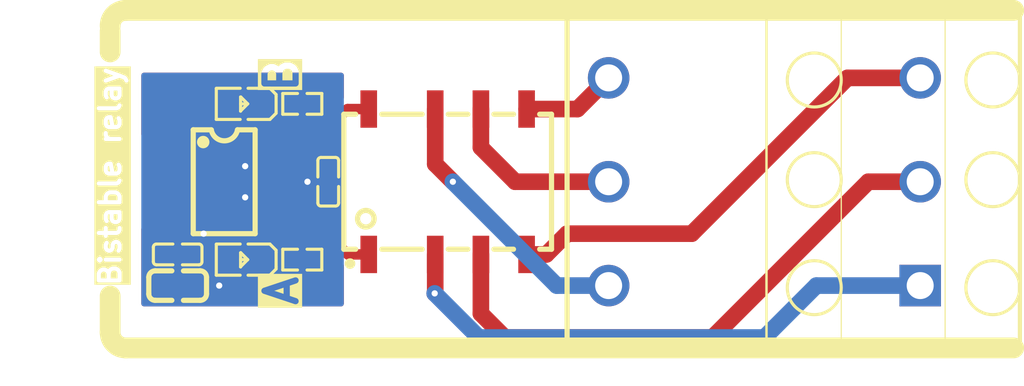
<source format=kicad_pcb>
(kicad_pcb (version 20241229) (generator "pcbnew") (generator_version "9.0")
  (layers (0 "F.Cu" signal) (2 "B.Cu" signal) (13 "F.Paste" user) (15 "B.Paste" user) (5 "F.SilkS" user "F.Silkscreen") (7 "B.SilkS" user "B.Silkscreen") (1 "F.Mask" user) (3 "B.Mask" user) (25 "Edge.Cuts" user))
  (net 0 "")
  (net 1 "relay.led_indicator_a.led-cathode")
  (net 2 "relay.led_indicator_b.led-cathode")
  (net 3 "PA2")
  (net 4 "PB2")
  (net 5 "PA1")
  (net 6 "PB3")
  (net 7 "PA3")
  (net 8 "PB1")
  (net 9 "hv")
  (net 10 "line-1")
  (net 11 "relay-gnd")
  (net 12 "gnd")
  (net 13 "net")
  (net 14 "OUTA")
  (net 15 "line")
  (footprint "atopile:LED0603-RD-c81ffb" (layer "F.Cu") (at 1 -3.75 180)
    (property "Reference" "D1" (hide yes))
    (property "Value" "")
    (fp_line (start 1.39 -0.75) (end 1.39 0.73) (stroke (width 0.15)) (layer "F.SilkS"))
    (fp_line (start 0.24 0.75) (end 1.39 0.75) (stroke (width 0.15)) (layer "F.SilkS"))
    (fp_line (start 0.24 -0.75) (end 1.39 -0.75) (stroke (width 0.15)) (layer "F.SilkS"))
    (fp_line (start 0.22 0.33) (end 0.21 0.33) (stroke (width 0.15)) (layer "F.SilkS"))
    (fp_line (start 0.22 0) (end -0.12 0) (stroke (width 0.15)) (layer "F.SilkS"))
    (fp_line (start 0.22 -0.34) (end -0.12 0) (stroke (width 0.15)) (layer "F.SilkS"))
    (fp_line (start 0.22 -0.35) (end 0.22 0.33) (stroke (width 0.15)) (layer "F.SilkS"))
    (fp_line (start 0.22 -0.35) (end 0.22 -0.34) (stroke (width 0.15)) (layer "F.SilkS"))
    (fp_line (start 0.21 0.33) (end -0.12 0) (stroke (width 0.15)) (layer "F.SilkS"))
    (fp_line (start -0.14 0.75) (end -1.19 0.75) (stroke (width 0.15)) (layer "F.SilkS"))
    (fp_line (start -0.14 -0.75) (end -1.19 -0.75) (stroke (width 0.15)) (layer "F.SilkS"))
    (fp_line (start -1.49 0.45) (end -1.19 0.75) (stroke (width 0.15)) (layer "F.SilkS"))
    (fp_line (start -1.49 0.35) (end -1.49 0.45) (stroke (width 0.15)) (layer "F.SilkS"))
    (fp_line (start -1.49 -0.35) (end -1.49 0.35) (stroke (width 0.15)) (layer "F.SilkS"))
    (fp_line (start -1.49 -0.35) (end -1.49 -0.45) (stroke (width 0.15)) (layer "F.SilkS"))
    (fp_line (start -1.49 -0.45) (end -1.19 -0.75) (stroke (width 0.15)) (layer "F.SilkS"))
    (pad "1" smd rect (at -0.8 0 270) (size 0.8 0.8) (layers "F.Cu" "F.Mask" "F.Paste") (net 1 "relay.led_indicator_a.led-cathode"))
    (pad "2" smd rect (at 0.8 0 270) (size 0.8 0.8) (layers "F.Cu" "F.Mask" "F.Paste") (net 10 "line-1"))
  )
  (footprint "atopile:C0402-b3ef17" (layer "F.Cu") (at -2.25 3.5 0)
    (property "Reference" "C1" (hide yes))
    (property "Value" "100nF ±10% 16V X7R")
    (fp_line (start -1.17 0.35) (end -1.17 -0.35) (stroke (width 0.15)) (layer "F.SilkS"))
    (fp_line (start -1.02 -0.5) (end -0.23 -0.5) (stroke (width 0.15)) (layer "F.SilkS"))
    (fp_line (start -0.23 0.5) (end -1.02 0.5) (stroke (width 0.15)) (layer "F.SilkS"))
    (fp_line (start 0.23 0.5) (end 1.02 0.5) (stroke (width 0.15)) (layer "F.SilkS"))
    (fp_line (start 1.02 -0.5) (end 0.23 -0.5) (stroke (width 0.15)) (layer "F.SilkS"))
    (fp_line (start 1.17 0.35) (end 1.17 -0.35) (stroke (width 0.15)) (layer "F.SilkS"))
    (fp_arc (start -1.17 -0.35) (mid -1.126066 -0.456066) (end -1.02 -0.5) (stroke (width 0.15)) (layer "F.SilkS"))
    (fp_arc (start -1.02 0.5) (mid -1.126066 0.456066) (end -1.17 0.35) (stroke (width 0.15)) (layer "F.SilkS"))
    (fp_arc (start 1.02 -0.5) (mid 1.126066 -0.456066) (end 1.17 -0.35) (stroke (width 0.15)) (layer "F.SilkS"))
    (fp_arc (start 1.17 0.35) (mid 1.126066 0.456066) (end 1.02 0.5) (stroke (width 0.15)) (layer "F.SilkS"))
    (pad "1" smd rect (at -0.55 0 0) (size 0.79 0.54) (layers "F.Cu" "F.Mask" "F.Paste") (net 9 "hv"))
    (pad "2" smd rect (at 0.55 0 0) (size 0.79 0.54) (layers "F.Cu" "F.Mask" "F.Paste") (net 12 "gnd"))
  )
  (footprint "atopile:R0402-56259e" (layer "F.Cu") (at 3.75 -3.75 0)
    (property "Reference" "R1" (hide yes))
    (property "Value" "1kΩ ±1% 62.5mW")
    (fp_line (start -0.94 -0.5) (end -0.23 -0.5) (stroke (width 0.15)) (layer "F.SilkS"))
    (fp_line (start -0.94 0.5) (end -0.94 -0.5) (stroke (width 0.15)) (layer "F.SilkS"))
    (fp_line (start -0.23 0.5) (end -0.94 0.5) (stroke (width 0.15)) (layer "F.SilkS"))
    (fp_line (start 0.23 0.5) (end 0.94 0.5) (stroke (width 0.15)) (layer "F.SilkS"))
    (fp_line (start 0.94 -0.5) (end 0.23 -0.5) (stroke (width 0.15)) (layer "F.SilkS"))
    (fp_line (start 0.94 0.5) (end 0.94 -0.5) (stroke (width 0.15)) (layer "F.SilkS"))
    (pad "1" smd rect (at -0.43 0 0) (size 0.57 0.54) (layers "F.Cu" "F.Mask" "F.Paste") (net 1 "relay.led_indicator_a.led-cathode"))
    (pad "2" smd rect (at 0.43 0 0) (size 0.57 0.54) (layers "F.Cu" "F.Mask" "F.Paste") (net 12 "gnd"))
  )
  (footprint "atopile:CONN-TH_KF250T-5.0-2X3P-058638" (layer "F.Cu") (at 26 0 90)
    (property "Reference" "X1" (hide yes))
    (property "Value" "")
    (fp_line (start 8.2 -9.5) (end -7.9 -9.5) (stroke (width 0.25)) (layer "F.SilkS"))
    (fp_line (start 8.2 0.1) (end -7.9 0.1) (stroke (width 0.12)) (layer "F.SilkS"))
    (fp_line (start 8.2 3.7) (end -7.9 3.7) (stroke (width 0.06)) (layer "F.SilkS"))
    (fp_line (start 8.2 8.7) (end -7.9 8.7) (stroke (width 0.06)) (layer "F.SilkS"))
    (fp_line (start 8.2 12.3) (end 8.2 -9.5) (stroke (width 0.25)) (layer "F.SilkS"))
    (fp_line (start 8.2 12.3) (end -7.9 12.3) (stroke (width 0.2)) (layer "F.SilkS"))
    (fp_line (start -7.9 12.3) (end -7.9 -9.5) (stroke (width 0.25)) (layer "F.SilkS"))
    (fp_circle (center 4.9 2.4) (end 6.2 2.4) (stroke (width 0.15)) (fill no) (layer "F.SilkS"))
    (fp_circle (center 0.1 2.4) (end 1.4 2.4) (stroke (width 0.15)) (fill no) (layer "F.SilkS"))
    (fp_circle (center -5.1 2.4) (end -3.8 2.4) (stroke (width 0.15)) (fill no) (layer "F.SilkS"))
    (fp_circle (center 4.9 11) (end 6.2 11) (stroke (width 0.15)) (fill no) (layer "F.SilkS"))
    (fp_circle (center 0.1 11) (end 1.4 11) (stroke (width 0.15)) (fill no) (layer "F.SilkS"))
    (fp_circle (center -5.1 11) (end -3.8 11) (stroke (width 0.15)) (fill no) (layer "F.SilkS"))
    (pad "1" thru_hole rect (at -5 7.5 270) (size 2 2) (drill 1.300023) (layers "*.Cu" "*.Mask") (net 5 "PA1"))
    (pad "2" thru_hole circle (at -5 -7.5 270) (size 2 2) (drill 1.300023) (layers "*.Cu" "*.Mask") (net 8 "PB1"))
    (pad "3" thru_hole circle (at 0 7.5 270) (size 2 2) (drill 1.300023) (layers "*.Cu" "*.Mask") (net 3 "PA2"))
    (pad "4" thru_hole circle (at 0 -7.5 270) (size 2 2) (drill 1.300023) (layers "*.Cu" "*.Mask") (net 4 "PB2"))
    (pad "5" thru_hole circle (at 5 7.5 270) (size 2 2) (drill 1.300023) (layers "*.Cu" "*.Mask") (net 7 "PA3"))
    (pad "6" thru_hole circle (at 5 -7.5 270) (size 2 2) (drill 1.300023) (layers "*.Cu" "*.Mask") (net 6 "PB3"))
  )
  (footprint "atopile:RELAY-SMD_G6KU-2F-Y-bd7654" (layer "F.Cu") (at 10.75 0 0)
    (property "Reference" "RELAY1" (hide yes))
    (property "Value" "")
    (fp_line (start -5 -3.25) (end -5 3.25) (stroke (width 0.25)) (layer "F.SilkS"))
    (fp_line (start -5 -3.25) (end -4.43 -3.25) (stroke (width 0.25)) (layer "F.SilkS"))
    (fp_line (start -5 3.25) (end -4.43 3.25) (stroke (width 0.25)) (layer "F.SilkS"))
    (fp_line (start -3.17 -3.25) (end -1.23 -3.25) (stroke (width 0.25)) (layer "F.SilkS"))
    (fp_line (start -3.17 3.25) (end -1.23 3.25) (stroke (width 0.25)) (layer "F.SilkS"))
    (fp_line (start 0.03 -3.25) (end 0.97 -3.25) (stroke (width 0.25)) (layer "F.SilkS"))
    (fp_line (start 0.03 3.25) (end 0.97 3.25) (stroke (width 0.25)) (layer "F.SilkS"))
    (fp_line (start 2.23 -3.25) (end 3.17 -3.25) (stroke (width 0.25)) (layer "F.SilkS"))
    (fp_line (start 2.23 3.25) (end 3.17 3.25) (stroke (width 0.25)) (layer "F.SilkS"))
    (fp_line (start 4.43 -3.25) (end 5 -3.25) (stroke (width 0.25)) (layer "F.SilkS"))
    (fp_line (start 4.43 3.25) (end 5 3.25) (stroke (width 0.25)) (layer "F.SilkS"))
    (fp_line (start 5 -3.25) (end 5 3.25) (stroke (width 0.25)) (layer "F.SilkS"))
    (fp_circle (center -4.7 3.94) (end -4.57 3.94) (stroke (width 0.25)) (fill no) (layer "F.SilkS"))
    (fp_circle (center -3.94 1.78) (end -3.54 1.78) (stroke (width 0.25)) (fill no) (layer "F.SilkS"))
    (pad "1" smd rect (at -3.8 3.5 0) (size 0.8 1.8) (layers "F.Cu" "F.Mask" "F.Paste") (net 11 "relay-gnd"))
    (pad "2" smd rect (at -0.6 3.5 0) (size 0.8 1.8) (layers "F.Cu" "F.Mask" "F.Paste") (net 5 "PA1"))
    (pad "3" smd rect (at 1.6 3.5 0) (size 0.8 1.8) (layers "F.Cu" "F.Mask" "F.Paste") (net 3 "PA2"))
    (pad "4" smd rect (at 3.8 3.5 0) (size 0.8 1.8) (layers "F.Cu" "F.Mask" "F.Paste") (net 7 "PA3"))
    (pad "5" smd rect (at 3.8 -3.5 0) (size 0.8 1.8) (layers "F.Cu" "F.Mask" "F.Paste") (net 6 "PB3"))
    (pad "6" smd rect (at 1.6 -3.5 0) (size 0.8 1.8) (layers "F.Cu" "F.Mask" "F.Paste") (net 4 "PB2"))
    (pad "7" smd rect (at -0.6 -3.5 0) (size 0.8 1.8) (layers "F.Cu" "F.Mask" "F.Paste") (net 8 "PB1"))
    (pad "8" smd rect (at -3.8 -3.5 0) (size 0.8 1.8) (layers "F.Cu" "F.Mask" "F.Paste") (net 14 "OUTA"))
  )
  (footprint "atopile:C0402-b3ef17" (layer "F.Cu") (at 5 0 -90)
    (property "Reference" "C3" (hide yes))
    (property "Value" "100pF ±5% 50V C0G")
    (fp_line (start -0.23 0.5) (end -1.02 0.5) (stroke (width 0.15)) (layer "F.SilkS"))
    (fp_line (start 0.23 0.5) (end 1.02 0.5) (stroke (width 0.15)) (layer "F.SilkS"))
    (fp_line (start -1.17 0.35) (end -1.17 -0.35) (stroke (width 0.15)) (layer "F.SilkS"))
    (fp_line (start 1.17 0.35) (end 1.17 -0.35) (stroke (width 0.15)) (layer "F.SilkS"))
    (fp_line (start -1.02 -0.5) (end -0.23 -0.5) (stroke (width 0.15)) (layer "F.SilkS"))
    (fp_line (start 1.02 -0.5) (end 0.23 -0.5) (stroke (width 0.15)) (layer "F.SilkS"))
    (fp_arc (start -1.02 0.5) (mid -1.126066 0.456066) (end -1.17 0.35) (stroke (width 0.15)) (layer "F.SilkS"))
    (fp_arc (start 1.17 0.35) (mid 1.126066 0.456066) (end 1.02 0.5) (stroke (width 0.15)) (layer "F.SilkS"))
    (fp_arc (start -1.17 -0.35) (mid -1.126066 -0.456066) (end -1.02 -0.5) (stroke (width 0.15)) (layer "F.SilkS"))
    (fp_arc (start 1.02 -0.5) (mid 1.126066 -0.456066) (end 1.17 -0.35) (stroke (width 0.15)) (layer "F.SilkS"))
    (pad "1" smd rect (at -0.55 0 270) (size 0.79 0.54) (layers "F.Cu" "F.Mask" "F.Paste") (net 14 "OUTA"))
    (pad "2" smd rect (at 0.55 0 270) (size 0.79 0.54) (layers "F.Cu" "F.Mask" "F.Paste") (net 11 "relay-gnd"))
  )
  (footprint "atopile:LED0603-RD-c81ffb" (layer "F.Cu") (at 1 3.75 180)
    (property "Reference" "D2" (hide yes))
    (property "Value" "")
    (fp_line (start 1.39 -0.75) (end 1.39 0.73) (stroke (width 0.15)) (layer "F.SilkS"))
    (fp_line (start 0.24 0.75) (end 1.39 0.75) (stroke (width 0.15)) (layer "F.SilkS"))
    (fp_line (start 0.24 -0.75) (end 1.39 -0.75) (stroke (width 0.15)) (layer "F.SilkS"))
    (fp_line (start 0.22 0.33) (end 0.21 0.33) (stroke (width 0.15)) (layer "F.SilkS"))
    (fp_line (start 0.22 0) (end -0.12 0) (stroke (width 0.15)) (layer "F.SilkS"))
    (fp_line (start 0.22 -0.34) (end -0.12 0) (stroke (width 0.15)) (layer "F.SilkS"))
    (fp_line (start 0.22 -0.35) (end 0.22 0.33) (stroke (width 0.15)) (layer "F.SilkS"))
    (fp_line (start 0.22 -0.35) (end 0.22 -0.34) (stroke (width 0.15)) (layer "F.SilkS"))
    (fp_line (start 0.21 0.33) (end -0.12 0) (stroke (width 0.15)) (layer "F.SilkS"))
    (fp_line (start -0.14 0.75) (end -1.19 0.75) (stroke (width 0.15)) (layer "F.SilkS"))
    (fp_line (start -0.14 -0.75) (end -1.19 -0.75) (stroke (width 0.15)) (layer "F.SilkS"))
    (fp_line (start -1.49 0.45) (end -1.19 0.75) (stroke (width 0.15)) (layer "F.SilkS"))
    (fp_line (start -1.49 0.35) (end -1.49 0.45) (stroke (width 0.15)) (layer "F.SilkS"))
    (fp_line (start -1.49 -0.35) (end -1.49 0.35) (stroke (width 0.15)) (layer "F.SilkS"))
    (fp_line (start -1.49 -0.35) (end -1.49 -0.45) (stroke (width 0.15)) (layer "F.SilkS"))
    (fp_line (start -1.49 -0.45) (end -1.19 -0.75) (stroke (width 0.15)) (layer "F.SilkS"))
    (pad "1" smd rect (at -0.8 0 270) (size 0.8 0.8) (layers "F.Cu" "F.Mask" "F.Paste") (net 2 "relay.led_indicator_b.led-cathode"))
    (pad "2" smd rect (at 0.8 0 270) (size 0.8 0.8) (layers "F.Cu" "F.Mask" "F.Paste") (net 15 "line"))
  )
  (footprint "atopile:C0603-bd72f6" (layer "F.Cu") (at -2.25 5 0)
    (property "Reference" "C2" (hide yes))
    (property "Value" "4.7µF ±10% 16V X5R")
    (fp_line (start -1.39 0.4) (end -1.39 -0.4) (stroke (width 0.25)) (layer "F.SilkS"))
    (fp_line (start -0.28 -0.71) (end -1.08 -0.71) (stroke (width 0.25)) (layer "F.SilkS"))
    (fp_line (start -0.28 0.71) (end -1.08 0.71) (stroke (width 0.25)) (layer "F.SilkS"))
    (fp_line (start 0.28 -0.71) (end 1.08 -0.71) (stroke (width 0.25)) (layer "F.SilkS"))
    (fp_line (start 0.28 0.71) (end 1.08 0.71) (stroke (width 0.25)) (layer "F.SilkS"))
    (fp_line (start 1.39 -0.4) (end 1.39 0.4) (stroke (width 0.25)) (layer "F.SilkS"))
    (fp_arc (start -1.39 -0.4) (mid -1.299203 -0.619203) (end -1.08 -0.71) (stroke (width 0.25)) (layer "F.SilkS"))
    (fp_arc (start -1.08 0.71) (mid -1.299203 0.619203) (end -1.39 0.4) (stroke (width 0.25)) (layer "F.SilkS"))
    (fp_arc (start 1.08 -0.71) (mid 1.299203 -0.619203) (end 1.39 -0.4) (stroke (width 0.25)) (layer "F.SilkS"))
    (fp_arc (start 1.39 0.4) (mid 1.299203 0.619203) (end 1.08 0.71) (stroke (width 0.25)) (layer "F.SilkS"))
    (pad "1" smd rect (at -0.7 0 0) (size 0.8 0.9) (layers "F.Cu" "F.Mask" "F.Paste") (net 9 "hv"))
    (pad "2" smd rect (at 0.7 0 0) (size 0.8 0.9) (layers "F.Cu" "F.Mask" "F.Paste") (net 12 "gnd"))
  )
  (footprint "atopile:R0402-56259e" (layer "F.Cu") (at 3.75 3.75 0)
    (property "Reference" "R2" (hide yes))
    (property "Value" "1kΩ ±1% 62.5mW")
    (fp_line (start -0.94 -0.5) (end -0.23 -0.5) (stroke (width 0.15)) (layer "F.SilkS"))
    (fp_line (start -0.94 0.5) (end -0.94 -0.5) (stroke (width 0.15)) (layer "F.SilkS"))
    (fp_line (start -0.23 0.5) (end -0.94 0.5) (stroke (width 0.15)) (layer "F.SilkS"))
    (fp_line (start 0.23 0.5) (end 0.94 0.5) (stroke (width 0.15)) (layer "F.SilkS"))
    (fp_line (start 0.94 -0.5) (end 0.23 -0.5) (stroke (width 0.15)) (layer "F.SilkS"))
    (fp_line (start 0.94 0.5) (end 0.94 -0.5) (stroke (width 0.15)) (layer "F.SilkS"))
    (pad "1" smd rect (at -0.43 0 0) (size 0.57 0.54) (layers "F.Cu" "F.Mask" "F.Paste") (net 2 "relay.led_indicator_b.led-cathode"))
    (pad "2" smd rect (at 0.43 0 0) (size 0.57 0.54) (layers "F.Cu" "F.Mask" "F.Paste") (net 12 "gnd"))
  )
  (footprint "atopile:SOP-8_L4.9-W3.9-P1.27-LS6.0-BL-0d1ac6" (layer "F.Cu") (at 0 0 -90)
    (property "Reference" "U1" (hide yes))
    (property "Value" "")
    (fp_line (start -2.5 1.5) (end 2.5 1.5) (stroke (width 0.25)) (layer "F.SilkS"))
    (fp_line (start 2.5 1.5) (end 2.5 -1.48) (stroke (width 0.25)) (layer "F.SilkS"))
    (fp_line (start -2.5 0.63) (end -2.5 1.5) (stroke (width 0.25)) (layer "F.SilkS"))
    (fp_line (start -2.5 -0.63) (end -2.5 -1.48) (stroke (width 0.25)) (layer "F.SilkS"))
    (fp_line (start -2.5 -1.48) (end 2.5 -1.48) (stroke (width 0.25)) (layer "F.SilkS"))
    (fp_arc (start -2.5 -0.63) (mid -1.970474 -0.002632) (end -2.494818 0.629073) (stroke (width 0.25)) (layer "F.SilkS"))
    (fp_circle (center -1.91 1.02) (end -1.76 1.02) (stroke (width 0.3)) (fill no) (layer "F.SilkS"))
    (pad "1" smd oval (at -1.91 2.68 270) (size 0.63 1.86) (layers "F.Cu" "F.Mask" "F.Paste") (net 13 "net"))
    (pad "2" smd oval (at -0.63 2.68 270) (size 0.63 1.86) (layers "F.Cu" "F.Mask" "F.Paste") (net 10 "line-1"))
    (pad "3" smd oval (at 0.63 2.68 270) (size 0.63 1.86) (layers "F.Cu" "F.Mask" "F.Paste") (net 15 "line"))
    (pad "4" smd oval (at 1.9 2.68 270) (size 0.63 1.86) (layers "F.Cu" "F.Mask" "F.Paste") (net 9 "hv"))
    (pad "5" smd oval (at 1.9 -2.68 270) (size 0.63 1.86) (layers "F.Cu" "F.Mask" "F.Paste") (net 11 "relay-gnd"))
    (pad "6" smd oval (at 0.63 -2.68 270) (size 0.63 1.86) (layers "F.Cu" "F.Mask" "F.Paste") (net 12 "gnd"))
    (pad "7" smd oval (at -0.63 -2.68 270) (size 0.63 1.86) (layers "F.Cu" "F.Mask" "F.Paste") (net 12 "gnd"))
    (pad "8" smd oval (at -1.91 -2.68 270) (size 0.63 1.86) (layers "F.Cu" "F.Mask" "F.Paste") (net 14 "OUTA"))
  )
  (via (at 10.125 5.375) (size 0.5) (drill 0.3) (layers "F.Cu" "B.Cu") (net 5))
  (via (at 11 0) (size 0.5) (drill 0.3) (layers "F.Cu" "B.Cu") (net 8))
  (via (at 1 0.75) (size 0.5) (drill 0.3) (layers "F.Cu" "B.Cu") (net 12))
  (via (at 1 -0.75) (size 0.5) (drill 0.3) (layers "F.Cu" "B.Cu") (net 12))
  (via (at -1 2.5) (size 0.5) (drill 0.3) (layers "F.Cu" "B.Cu") (net 12))
  (via (at 4 0) (size 0.5) (drill 0.3) (layers "F.Cu" "B.Cu") (net 12))
  (via (at -0.25 5) (size 0.5) (drill 0.3) (layers "F.Cu" "B.Cu") (net 12))
  (zone (net 12) (net_name "gnd") (layers "F.Cu" "B.Cu") (priority 1) (connect_pads (clearance 0.25)) (min_thickness 0.25) (fill yes (thermal_gap 0.25) (thermal_bridge_width 0.25))
    (polygon (pts (xy -4 6) (xy 5.75 6) (xy 5.75 -5.25) (xy -4 -5.25)))
  )
  (zone (net 0) (net_name "") (layers "F.Cu" "B.Cu") (connect_pads (clearance 0)) (min_thickness 0.25) (fill (thermal_gap 0.5) (thermal_bridge_width 0.5))
    (keepout (tracks allowed) (vias allowed) (pads allowed) (copperpour not_allowed) (footprints allowed))
    (polygon (pts (xy 38.25 -8.25) (xy 7.5 -8.25) (xy 7.5 8) (xy 38.25 8)))
  )
  (segment (start 3.32 -3.75) (end 1.8 -3.75) (width 0.2) (net 1) (layer "F.Cu"))
  (segment (start 3.32 3.75) (end 1.8 3.75) (width 0.2) (net 2) (layer "F.Cu"))
  (segment (start 31 0) (end 33.5 0) (width 0.8) (net 3) (layer "F.Cu"))
  (segment (start 12.35 6.35) (end 13.5 7.5) (width 0.8) (net 3) (layer "F.Cu"))
  (segment (start 23.5 7.5) (end 31 0) (width 0.8) (net 3) (layer "F.Cu"))
  (segment (start 12.35 3.5) (end 12.35 6.35) (width 0.8) (net 3) (layer "F.Cu"))
  (segment (start 13.5 7.5) (end 23.5 7.5) (width 0.8) (net 3) (layer "F.Cu"))
  (segment (start 14 0) (end 18.5 0) (width 0.8) (net 4) (layer "F.Cu"))
  (segment (start 12.35 -1.65) (end 14 0) (width 0.8) (net 4) (layer "F.Cu"))
  (segment (start 12.35 -3.5) (end 12.35 -1.65) (width 0.8) (net 4) (layer "F.Cu"))
  (segment (start 10.15 3.5) (end 10.15 5.35) (width 0.8) (net 5) (layer "F.Cu"))
  (segment (start 10.15 5.35) (end 10.125 5.375) (width 0.8) (net 5) (layer "F.Cu"))
  (segment (start 33.5 5) (end 28.5 5) (width 0.8) (net 5) (layer "B.Cu"))
  (segment (start 26 7.5) (end 12.25 7.5) (width 0.8) (net 5) (layer "B.Cu"))
  (segment (start 12.25 7.5) (end 10.125 5.375) (width 0.8) (net 5) (layer "B.Cu"))
  (segment (start 28.5 5) (end 26 7.5) (width 0.8) (net 5) (layer "B.Cu"))
  (segment (start 14.55 -3.5) (end 17 -3.5) (width 0.8) (net 6) (layer "F.Cu"))
  (segment (start 17 -3.5) (end 18.5 -5) (width 0.8) (net 6) (layer "F.Cu"))
  (segment (start 30 -5) (end 22.5 2.5) (width 0.8) (net 7) (layer "F.Cu"))
  (segment (start 16.5 2.5) (end 15.5 3.5) (width 0.8) (net 7) (layer "F.Cu"))
  (segment (start 22.5 2.5) (end 16.5 2.5) (width 0.8) (net 7) (layer "F.Cu"))
  (segment (start 33.5 -5) (end 30 -5) (width 0.8) (net 7) (layer "F.Cu"))
  (segment (start 15.5 3.5) (end 14.55 3.5) (width 0.8) (net 7) (layer "F.Cu"))
  (segment (start 10.15 -0.85) (end 11 0) (width 0.8) (net 8) (layer "F.Cu"))
  (segment (start 10.15 -3.5) (end 10.15 -0.85) (width 0.8) (net 8) (layer "F.Cu"))
  (segment (start 11 0) (end 16 5) (width 0.8) (net 8) (layer "B.Cu"))
  (segment (start 16 5) (end 18.5 5) (width 0.8) (net 8) (layer "B.Cu"))
  (segment (start -2.8 4.85) (end -2.95 5) (width 0.5) (net 9) (layer "F.Cu"))
  (segment (start -2.68 1.9) (end -2.68 3.38) (width 0.5) (net 9) (layer "F.Cu"))
  (segment (start -2.68 3.38) (end -2.8 3.5) (width 0.5) (net 9) (layer "F.Cu"))
  (segment (start -2.8 3.5) (end -2.8 4.85) (width 0.5) (net 9) (layer "F.Cu"))
  (segment (start -1.12 -0.63) (end -2.68 -0.63) (width 0.2) (net 10) (layer "F.Cu"))
  (segment (start 0.2 -1.95) (end -1.12 -0.63) (width 0.2) (net 10) (layer "F.Cu"))
  (segment (start 0.2 -3.75) (end 0.2 -1.95) (width 0.2) (net 10) (layer "F.Cu"))
  (segment (start 2.68 1.9) (end 4.35 1.9) (width 0.5) (net 11) (layer "F.Cu"))
  (segment (start 5.95 3.5) (end 4.35 1.9) (width 0.5) (net 11) (layer "F.Cu"))
  (segment (start 5 1.25) (end 5 0.55) (width 0.5) (net 11) (layer "F.Cu"))
  (segment (start 6.95 3.5) (end 5.95 3.5) (width 0.5) (net 11) (layer "F.Cu"))
  (segment (start 4.35 1.9) (end 5 1.25) (width 0.5) (net 11) (layer "F.Cu"))
  (segment (start 5 -1.25) (end 5 -0.55) (width 0.5) (net 14) (layer "F.Cu"))
  (segment (start 4.34 -1.91) (end 5 -1.25) (width 0.5) (net 14) (layer "F.Cu"))
  (segment (start 2.68 -1.91) (end 4.34 -1.91) (width 0.5) (net 14) (layer "F.Cu"))
  (segment (start 6.95 -3.5) (end 5.93 -3.5) (width 0.5) (net 14) (layer "F.Cu"))
  (segment (start 5.93 -3.5) (end 4.34 -1.91) (width 0.5) (net 14) (layer "F.Cu"))
  (segment (start 0.2 3.75) (end 0.2 1.95) (width 0.2) (net 15) (layer "F.Cu"))
  (segment (start -1.12 0.63) (end -2.68 0.63) (width 0.2) (net 15) (layer "F.Cu"))
  (segment (start 0.2 1.95) (end -1.12 0.63) (width 0.2) (net 15) (layer "F.Cu"))
  (gr_line (start -4.75 8) (end 38 8) (stroke (width 1)) (layer "F.SilkS"))
  (gr_line (start 38 -8.25) (end -4.75 -8.25) (stroke (width 1)) (layer "F.SilkS"))
  (gr_line (start -5.5 5.5) (end -5.5 7.25) (stroke (width 1)) (layer "F.SilkS"))
  (gr_line (start -5.5 -7.25) (end -5.5 -6.25) (stroke (width 1)) (layer "F.SilkS"))
  (gr_arc (start -4.75 8) (mid -5.28033 7.78033) (end -5.5 7.25) (stroke (width 1)) (layer "F.SilkS"))
  (gr_arc (start -5.5 -7.5) (mid -5.28033 -8.03033) (end -4.75 -8.25) (stroke (width 1)) (layer "F.SilkS"))
  (gr_text "B" (at 2.75 -5.125 90) (layer "F.SilkS" knockout) (effects (font (size 1.5 1.5) (thickness 0.3))))
  (gr_text "A" (at 2.75 5.25 90) (layer "F.SilkS" knockout) (effects (font (size 1.5 1.5) (thickness 0.3))))
  (gr_text "Bistable relay" (at -5.5 -0.25 90) (layer "F.SilkS" knockout) (effects (font (size 1 1) (thickness 0.2))))
)
</source>
